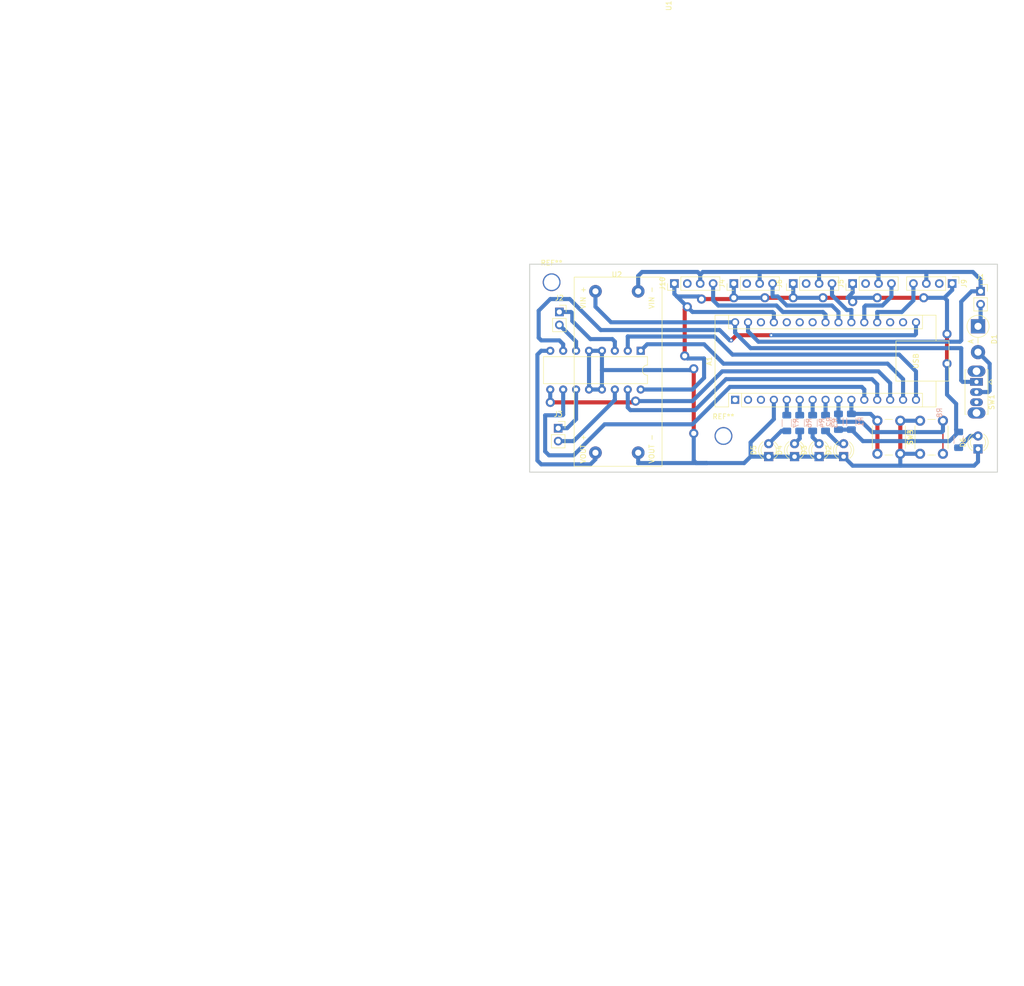
<source format=kicad_pcb>
(kicad_pcb (version 20221018) (generator pcbnew)
  (layers (0 "F.Cu" signal) (31 "B.Cu" signal) (34 "B.Paste" user) (35 "F.Paste" user) (36 "B.SilkS" user "B.Silkscreen") (37 "F.SilkS" user "F.Silkscreen") (38 "B.Mask" user) (39 "F.Mask" user) (44 "Edge.Cuts" user))
  (net 0 "")
  (net 4 "GND")
  (net 5 "/PWM1")
  (net 11 "/5v")
  (net 13 "/VIN")
  (net 14 "VCC")
  (net 15 "Net-(D1-K)")
  (net 16 "Net-(D4-A)")
  (net 17 "Net-(D5-A)")
  (net 18 "Net-(D6-A)")
  (net 19 "/L2")
  (net 20 "/L1")
  (net 22 "/INA1")
  (net 23 "/INA2")
  (net 24 "/Vm")
  (net 25 "/INB1")
  (net 26 "/B1")
  (net 27 "/B2")
  (net 28 "/INB2")
  (net 29 "/DATA1")
  (net 30 "/SHARP_I")
  (net 31 "/SHARP_C")
  (net 32 "/SHARP_D")
  (net 33 "/DATA2")
  (net 39 "/OUTA1")
  (net 40 "/OUTA2")
  (net 41 "/OUTB1")
  (net 42 "/OUTB2")
  (net 43 "/PWM2")
  (net 44 "Net-(D2-A)")
  (net 45 "Net-(D3-A)")
  (net 46 "/L4")
  (net 47 "/L3")
  (footprint "LED_THT:LED_D3.0mm" (layer "F.Cu") (at 79.502 66.548 90)
    (fp_text reference "D2" (at 1.27 -2.96 90) (layer "F.SilkS"))
    (fp_text value "LED")
    (pad "1" thru_hole rect (at 0 0 90) (size 1.8 1.8) (drill 0.9) (layers "*.Cu" "*.Mask") (net 4 "GND"))
    (pad "2" thru_hole circle (at 2.54 0 90) (size 1.8 1.8) (drill 0.9) (layers "*.Cu" "*.Mask") (net 44 "Net-(D2-A)"))
  )
  (footprint "propios:MT3608" (layer "F.Cu") (at 34.916 31.242)
    (fp_text reference "U2" (at 0 -0.5 unlocked) (layer "F.SilkS"))
    (fp_text value "Mt3608")
    (fp_text user "VIN -" (at 6.858 4.064 90 unlocked) (layer "F.SilkS"))
    (fp_text user "VOUT -" (at 6.858 33.782 90 unlocked) (layer "F.SilkS"))
    (fp_text user "VOUT +" (at -6.604 33.782 90 unlocked) (layer "F.SilkS"))
    (fp_text user "VIN +" (at -6.604 4.064 90 unlocked) (layer "F.SilkS"))
    (pad "1" thru_hole circle (at -4.2 2.794) (size 2.5 2.5) (drill 1.2) (layers "*.Cu" "*.Mask") (net 13 "/VIN"))
    (pad "2" thru_hole circle (at -4.2 34.544) (size 2.5 2.5) (drill 1.2) (layers "*.Cu" "*.Mask") (net 24 "/Vm"))
    (pad "3" thru_hole circle (at 4.2 2.794) (size 2.5 2.5) (drill 1.2) (layers "*.Cu" "*.Mask") (net 4 "GND"))
    (pad "4" thru_hole circle (at 4.2 34.544) (size 2.5 2.5) (drill 1.2) (layers "*.Cu" "*.Mask") (net 4 "GND"))
  )
  (footprint "Connector_PinHeader_2.54mm:PinHeader_1x04_P2.54mm_Vertical" (layer "F.Cu") (at 81.28 32.512 90)
    (fp_text reference "J5" (at 0 -2.33 90) (layer "F.SilkS"))
    (fp_text value "Conn_01x04_Male")
    (pad "1" thru_hole rect (at 0 0 90) (size 1.7 1.7) (drill 1) (layers "*.Cu" "*.Mask") (net 11 "/5v"))
    (pad "2" thru_hole oval (at 0 2.54 90) (size 1.7 1.7) (drill 1) (layers "*.Cu" "*.Mask"))
    (pad "3" thru_hole oval (at 0 5.08 90) (size 1.7 1.7) (drill 1) (layers "*.Cu" "*.Mask") (net 4 "GND"))
    (pad "4" thru_hole oval (at 0 7.62 90) (size 1.7 1.7) (drill 1) (layers "*.Cu" "*.Mask") (net 30 "/SHARP_I"))
  )
  (footprint "Diode_THT:D_5W_P5.08mm_Vertical_AnodeUp" (layer "F.Cu") (at 105.918 40.91995 -90)
    (fp_text reference "D1" (at 2.54 -3.174899 90) (layer "F.SilkS"))
    (fp_text value "type=\"D\" model=\"DIODE\" lib=\"\"")
    (fp_text user "A" (at 2.98 1.4 90) (layer "F.SilkS"))
    (pad "1" thru_hole rect (at 0 0 270) (size 2.8 2.8) (drill 1.4) (layers "*.Cu" "*.Mask") (net 14 "VCC"))
    (pad "2" thru_hole oval (at 5.08 0 270) (size 2.8 2.8) (drill 1.4) (layers "*.Cu" "*.Mask") (net 15 "Net-(D1-K)"))
  )
  (footprint "Connector_PinSocket_2.54mm:PinSocket_1x02_P2.54mm_Vertical" (layer "F.Cu") (at 23.393 60.96)
    (fp_text reference "J3" (at 0 -2.77) (layer "F.SilkS"))
    (fp_text value "Conn_01x02_Socket")
    (pad "1" thru_hole rect (at 0 0) (size 1.7 1.7) (drill 1) (layers "*.Cu" "*.Mask") (net 41 "/OUTB1"))
    (pad "2" thru_hole oval (at 0 2.54) (size 1.7 1.7) (drill 1) (layers "*.Cu" "*.Mask") (net 42 "/OUTB2"))
  )
  (footprint "MountingHole:MountingHole_3.2mm_M3_DIN965_Pad" (layer "F.Cu") (at 55.88 62.484)
    (fp_text reference "REF**" (at 0 -3.8) (layer "F.SilkS"))
    (fp_text value "MountingHole_3.2mm_M3_DIN965_Pad")
    (pad "1" thru_hole circle (at 0 0) (size 3.5 3.5) (drill 3) (layers "*.Cu" "*.Mask"))
  )
  (footprint "Connector_PinHeader_2.54mm:PinHeader_1x04_P2.54mm_Vertical" (layer "F.Cu") (at 100.838 32.512 -90)
    (fp_text reference "J9" (at 0 -2.33 90) (layer "F.SilkS"))
    (fp_text value "Conn_01x04_Male")
    (pad "1" thru_hole rect (at 0 0 270) (size 1.7 1.7) (drill 1) (layers "*.Cu" "*.Mask") (net 11 "/5v"))
    (pad "2" thru_hole oval (at 0 2.54 270) (size 1.7 1.7) (drill 1) (layers "*.Cu" "*.Mask"))
    (pad "3" thru_hole oval (at 0 5.08 270) (size 1.7 1.7) (drill 1) (layers "*.Cu" "*.Mask") (net 4 "GND"))
    (pad "4" thru_hole oval (at 0 7.62 270) (size 1.7 1.7) (drill 1) (layers "*.Cu" "*.Mask") (net 29 "/DATA1"))
  )
  (footprint "Button_Switch_THT:SW_PUSH_6mm" (layer "F.Cu") (at 94.524 65.988 90)
    (fp_text reference "SW4" (at 3.25 -2 90) (layer "F.SilkS"))
    (fp_text value "SW_Push")
    (pad "1" thru_hole circle (at 0 0 180) (size 2 2) (drill 1.1) (layers "*.Cu" "*.Mask") (net 4 "GND"))
    (pad "1" thru_hole circle (at 6.5 0 180) (size 2 2) (drill 1.1) (layers "*.Cu" "*.Mask") (net 4 "GND"))
    (pad "2" thru_hole circle (at 0 4.5 180) (size 2 2) (drill 1.1) (layers "*.Cu" "*.Mask") (net 27 "/B2"))
    (pad "2" thru_hole circle (at 6.5 4.5 180) (size 2 2) (drill 1.1) (layers "*.Cu" "*.Mask") (net 27 "/B2"))
  )
  (footprint "LED_THT:LED_D3.0mm" (layer "F.Cu") (at 105.918 65.029 90)
    (fp_text reference "D6" (at 1.27 -2.96 90) (layer "F.SilkS"))
    (fp_text value "LED")
    (pad "1" thru_hole rect (at 0 0 90) (size 1.8 1.8) (drill 0.9) (layers "*.Cu" "*.Mask") (net 4 "GND"))
    (pad "2" thru_hole circle (at 2.54 0 90) (size 1.8 1.8) (drill 0.9) (layers "*.Cu" "*.Mask") (net 18 "Net-(D6-A)"))
  )
  (footprint "Package_DIP:DIP-16_W7.62mm" (layer "F.Cu") (at 39.609 45.73 -90)
    (fp_text reference "U1" (at -67.864 -5.524 90) (layer "F.SilkS"))
    (fp_text value "L293")
    (pad "1" thru_hole rect (at 0 0 270) (size 1.6 1.6) (drill 0.8) (layers "*.Cu" "*.Mask") (net 5 "/PWM1"))
    (pad "2" thru_hole oval (at 0 2.54 270) (size 1.6 1.6) (drill 0.8) (layers "*.Cu" "*.Mask") (net 22 "/INA1"))
    (pad "3" thru_hole oval (at 0 5.08 270) (size 1.6 1.6) (drill 0.8) (layers "*.Cu" "*.Mask") (net 39 "/OUTA1"))
    (pad "4" thru_hole oval (at 0 7.62 270) (size 1.6 1.6) (drill 0.8) (layers "*.Cu" "*.Mask") (net 4 "GND"))
    (pad "5" thru_hole oval (at 0 10.16 270) (size 1.6 1.6) (drill 0.8) (layers "*.Cu" "*.Mask") (net 4 "GND"))
    (pad "6" thru_hole oval (at 0 12.7 270) (size 1.6 1.6) (drill 0.8) (layers "*.Cu" "*.Mask") (net 40 "/OUTA2"))
    (pad "7" thru_hole oval (at 0 15.24 270) (size 1.6 1.6) (drill 0.8) (layers "*.Cu" "*.Mask") (net 23 "/INA2"))
    (pad "8" thru_hole oval (at 0 17.78 270) (size 1.6 1.6) (drill 0.8) (layers "*.Cu" "*.Mask") (net 24 "/Vm"))
    (pad "9" thru_hole oval (at 7.62 17.78 270) (size 1.6 1.6) (drill 0.8) (layers "*.Cu" "*.Mask") (net 43 "/PWM2"))
    (pad "10" thru_hole oval (at 7.62 15.24 270) (size 1.6 1.6) (drill 0.8) (layers "*.Cu" "*.Mask") (net 25 "/INB1"))
    (pad "11" thru_hole oval (at 7.62 12.7 270) (size 1.6 1.6) (drill 0.8) (layers "*.Cu" "*.Mask") (net 41 "/OUTB1"))
    (pad "12" thru_hole oval (at 7.62 10.16 270) (size 1.6 1.6) (drill 0.8) (layers "*.Cu" "*.Mask") (net 4 "GND"))
    (pad "13" thru_hole oval (at 7.62 7.62 270) (size 1.6 1.6) (drill 0.8) (layers "*.Cu" "*.Mask") (net 4 "GND"))
    (pad "14" thru_hole oval (at 7.62 5.08 270) (size 1.6 1.6) (drill 0.8) (layers "*.Cu" "*.Mask") (net 42 "/OUTB2"))
    (pad "15" thru_hole oval (at 7.62 2.54 270) (size 1.6 1.6) (drill 0.8) (layers "*.Cu" "*.Mask") (net 28 "/INB2"))
    (pad "16" thru_hole oval (at 7.62 0 270) (size 1.6 1.6) (drill 0.8) (layers "*.Cu" "*.Mask") (net 11 "/5v"))
  )
  (footprint "Connector_PinHeader_2.54mm:PinHeader_1x04_P2.54mm_Vertical" (layer "F.Cu") (at 46.228 32.512 90)
    (fp_text reference "J10" (at 0 -2.33 90) (layer "F.SilkS"))
    (fp_text value "Conn_01x04_Male")
    (pad "1" thru_hole rect (at 0 0 90) (size 1.7 1.7) (drill 1) (layers "*.Cu" "*.Mask") (net 11 "/5v"))
    (pad "2" thru_hole oval (at 0 2.54 90) (size 1.7 1.7) (drill 1) (layers "*.Cu" "*.Mask"))
    (pad "3" thru_hole oval (at 0 5.08 90) (size 1.7 1.7) (drill 1) (layers "*.Cu" "*.Mask") (net 4 "GND"))
    (pad "4" thru_hole oval (at 0 7.62 90) (size 1.7 1.7) (drill 1) (layers "*.Cu" "*.Mask") (net 33 "/DATA2"))
  )
  (footprint "Connector_PinSocket_2.54mm:PinSocket_1x02_P2.54mm_Vertical" (layer "F.Cu") (at 23.622 38.1)
    (fp_text reference "J2" (at 0 -2.77) (layer "F.SilkS"))
    (fp_text value "Conn_01x02_Socket")
    (pad "1" thru_hole rect (at 0 0) (size 1.7 1.7) (drill 1) (layers "*.Cu" "*.Mask") (net 39 "/OUTA1"))
    (pad "2" thru_hole oval (at 0 2.54) (size 1.7 1.7) (drill 1) (layers "*.Cu" "*.Mask") (net 40 "/OUTA2"))
  )
  (footprint "Connector_PinHeader_2.54mm:PinHeader_1x04_P2.54mm_Vertical" (layer "F.Cu") (at 57.912 32.512 90)
    (fp_text reference "J4" (at 0 -2.33 90) (layer "F.SilkS"))
    (fp_text value "Conn_01x04_Male")
    (pad "1" thru_hole rect (at 0 0 90) (size 1.7 1.7) (drill 1) (layers "*.Cu" "*.Mask") (net 11 "/5v"))
    (pad "2" thru_hole oval (at 0 2.54 90) (size 1.7 1.7) (drill 1) (layers "*.Cu" "*.Mask"))
    (pad "3" thru_hole oval (at 0 5.08 90) (size 1.7 1.7) (drill 1) (layers "*.Cu" "*.Mask") (net 4 "GND"))
    (pad "4" thru_hole oval (at 0 7.62 90) (size 1.7 1.7) (drill 1) (layers "*.Cu" "*.Mask") (net 32 "/SHARP_D"))
  )
  (footprint "MountingHole:MountingHole_3.2mm_M3_DIN965_Pad" (layer "F.Cu") (at 22.098 32.258)
    (fp_text reference "REF**" (at 0 -3.8) (layer "F.SilkS"))
    (fp_text value "MountingHole_3.2mm_M3_DIN965_Pad")
    (pad "1" thru_hole circle (at 0 0) (size 3.5 3.5) (drill 3) (layers "*.Cu" "*.Mask"))
  )
  (footprint "Module:Arduino_Nano" (layer "F.Cu") (at 58.166 55.372 90)
    (fp_text reference "A1" (at 7.62 -5.08 90) (layer "F.SilkS"))
    (fp_text value "Arduino_Nano_v3.x")
    (fp_text user "USB" (at 7.62 35.56 90 unlocked) (layer "F.SilkS"))
    (pad "1" thru_hole rect (at 0 0 90) (size 1.6 1.6) (drill 1) (layers "*.Cu" "*.Mask"))
    (pad "2" thru_hole oval (at 0 2.54 90) (size 1.6 1.6) (drill 1) (layers "*.Cu" "*.Mask"))
    (pad "3" thru_hole oval (at 0 5.08 90) (size 1.6 1.6) (drill 1) (layers "*.Cu" "*.Mask"))
    (pad "4" thru_hole oval (at 0 7.62 90) (size 1.6 1.6) (drill 1) (layers "*.Cu" "*.Mask") (net 4 "GND"))
    (pad "5" thru_hole oval (at 0 10.16 90) (size 1.6 1.6) (drill 1) (layers "*.Cu" "*.Mask") (net 20 "/L1"))
    (pad "6" thru_hole oval (at 0 12.7 90) (size 1.6 1.6) (drill 1) (layers "*.Cu" "*.Mask") (net 19 "/L2"))
    (pad "7" thru_hole oval (at 0 15.24 90) (size 1.6 1.6) (drill 1) (layers "*.Cu" "*.Mask") (net 47 "/L3"))
    (pad "8" thru_hole oval (at 0 17.78 90) (size 1.6 1.6) (drill 1) (layers "*.Cu" "*.Mask") (net 46 "/L4"))
    (pad "9" thru_hole oval (at 0 20.32 90) (size 1.6 1.6) (drill 1) (layers "*.Cu" "*.Mask") (net 27 "/B2"))
    (pad "10" thru_hole oval (at 0 22.86 90) (size 1.6 1.6) (drill 1) (layers "*.Cu" "*.Mask") (net 26 "/B1"))
    (pad "11" thru_hole oval (at 0 25.4 90) (size 1.6 1.6) (drill 1) (layers "*.Cu" "*.Mask") (net 25 "/INB1"))
    (pad "12" thru_hole oval (at 0 27.94 90) (size 1.6 1.6) (drill 1) (layers "*.Cu" "*.Mask") (net 28 "/INB2"))
    (pad "13" thru_hole oval (at 0 30.48 90) (size 1.6 1.6) (drill 1) (layers "*.Cu" "*.Mask") (net 43 "/PWM2"))
    (pad "14" thru_hole oval (at 0 33.02 90) (size 1.6 1.6) (drill 1) (layers "*.Cu" "*.Mask") (net 5 "/PWM1"))
    (pad "15" thru_hole oval (at 0 35.56 90) (size 1.6 1.6) (drill 1) (layers "*.Cu" "*.Mask") (net 22 "/INA1"))
    (pad "16" thru_hole oval (at 15.24 35.56 90) (size 1.6 1.6) (drill 1) (layers "*.Cu" "*.Mask") (net 23 "/INA2"))
    (pad "17" thru_hole oval (at 15.24 33.02 90) (size 1.6 1.6) (drill 1) (layers "*.Cu" "*.Mask"))
    (pad "18" thru_hole oval (at 15.24 30.48 90) (size 1.6 1.6) (drill 1) (layers "*.Cu" "*.Mask"))
    (pad "19" thru_hole oval (at 15.24 27.94 90) (size 1.6 1.6) (drill 1) (layers "*.Cu" "*.Mask") (net 29 "/DATA1"))
    (pad "20" thru_hole oval (at 15.24 25.4 90) (size 1.6 1.6) (drill 1) (layers "*.Cu" "*.Mask") (net 30 "/SHARP_I"))
    (pad "21" thru_hole oval (at 15.24 22.86 90) (size 1.6 1.6) (drill 1) (layers "*.Cu" "*.Mask") (net 31 "/SHARP_C"))
    (pad "22" thru_hole oval (at 15.24 20.32 90) (size 1.6 1.6) (drill 1) (layers "*.Cu" "*.Mask") (net 32 "/SHARP_D"))
    (pad "23" thru_hole oval (at 15.24 17.78 90) (size 1.6 1.6) (drill 1) (layers "*.Cu" "*.Mask") (net 33 "/DATA2"))
    (pad "24" thru_hole oval (at 15.24 15.24 90) (size 1.6 1.6) (drill 1) (layers "*.Cu" "*.Mask"))
    (pad "25" thru_hole oval (at 15.24 12.7 90) (size 1.6 1.6) (drill 1) (layers "*.Cu" "*.Mask"))
    (pad "26" thru_hole oval (at 15.24 10.16 90) (size 1.6 1.6) (drill 1) (layers "*.Cu" "*.Mask"))
    (pad "27" thru_hole oval (at 15.24 7.62 90) (size 1.6 1.6) (drill 1) (layers "*.Cu" "*.Mask") (net 11 "/5v"))
    (pad "28" thru_hole oval (at 15.24 5.08 90) (size 1.6 1.6) (drill 1) (layers "*.Cu" "*.Mask"))
    (pad "29" thru_hole oval (at 15.24 2.54 90) (size 1.6 1.6) (drill 1) (layers "*.Cu" "*.Mask") (net 4 "GND"))
    (pad "30" thru_hole oval (at 15.24 0 90) (size 1.6 1.6) (drill 1) (layers "*.Cu" "*.Mask") (net 13 "/VIN"))
  )
  (footprint "LED_THT:LED_D3.0mm" (layer "F.Cu") (at 64.77 66.548 90)
    (fp_text reference "D5" (at 1.27 -2.96 90) (layer "F.SilkS"))
    (fp_text value "LED")
    (pad "1" thru_hole rect (at 0 0 90) (size 1.8 1.8) (drill 0.9) (layers "*.Cu" "*.Mask") (net 4 "GND"))
    (pad "2" thru_hole circle (at 2.54 0 90) (size 1.8 1.8) (drill 0.9) (layers "*.Cu" "*.Mask") (net 17 "Net-(D5-A)"))
  )
  (footprint "Button_Switch_THT:SW_PUSH_6mm" (layer "F.Cu") (at 90.642 59.488 -90)
    (fp_text reference "SW3" (at 3.25 -2 90) (layer "F.SilkS"))
    (fp_text value "SW_Push")
    (pad "1" thru_hole circle (at 0 0) (size 2 2) (drill 1.1) (layers "*.Cu" "*.Mask") (net 4 "GND"))
    (pad "1" thru_hole circle (at 6.5 0) (size 2 2) (drill 1.1) (layers "*.Cu" "*.Mask") (net 4 "GND"))
    (pad "2" thru_hole circle (at 0 4.5) (size 2 2) (drill 1.1) (layers "*.Cu" "*.Mask") (net 26 "/B1"))
    (pad "2" thru_hole circle (at 6.5 4.5) (size 2 2) (drill 1.1) (layers "*.Cu" "*.Mask") (net 26 "/B1"))
  )
  (footprint "Connector_PinHeader_2.54mm:PinHeader_1x04_P2.54mm_Vertical" (layer "F.Cu") (at 69.596 32.512 90)
    (fp_text reference "J6" (at 0 -2.734 90) (layer "F.SilkS"))
    (fp_text value "Conn_01x04_Male")
    (pad "1" thru_hole rect (at 0 0 90) (size 1.7 1.7) (drill 1) (layers "*.Cu" "*.Mask") (net 11 "/5v"))
    (pad "2" thru_hole oval (at 0 2.54 90) (size 1.7 1.7) (drill 1) (layers "*.Cu" "*.Mask"))
    (pad "3" thru_hole oval (at 0 5.08 90) (size 1.7 1.7) (drill 1) (layers "*.Cu" "*.Mask") (net 4 "GND"))
    (pad "4" thru_hole oval (at 0 7.62 90) (size 1.7 1.7) (drill 1) (layers "*.Cu" "*.Mask") (net 31 "/SHARP_C"))
  )
  (footprint "LED_THT:LED_D3.0mm" (layer "F.Cu") (at 69.85 66.553 90)
    (fp_text reference "D4" (at 1.27 -2.96 90) (layer "F.SilkS"))
    (fp_text value "LED")
    (pad "1" thru_hole rect (at 0 0 90) (size 1.8 1.8) (drill 0.9) (layers "*.Cu" "*.Mask") (net 4 "GND"))
    (pad "2" thru_hole circle (at 2.54 0 90) (size 1.8 1.8) (drill 0.9) (layers "*.Cu" "*.Mask") (net 16 "Net-(D4-A)"))
  )
  (footprint "Button_Switch_THT:SW_Slide_1P2T_CK_OS102011MS2Q" (layer "F.Cu") (at 105.6205 51.848 -90)
    (fp_text reference "SW1" (at 3.99 -2.99 90) (layer "F.SilkS"))
    (fp_text value "SW_DPDT_x2")
    (pad "" thru_hole oval (at -2.1 0 270) (size 2.2 3.5) (drill 1.5) (layers "*.Cu" "*.Mask"))
    (pad "" thru_hole oval (at 6.1 0 270) (size 2.2 3.5) (drill 1.5) (layers "*.Cu" "*.Mask"))
    (pad "1" thru_hole rect (at 0 0 270) (size 1.5 2.5) (drill 0.8) (layers "*.Cu" "*.Mask") (net 13 "/VIN"))
    (pad "2" thru_hole oval (at 2 0 270) (size 1.5 2.5) (drill 0.8) (layers "*.Cu" "*.Mask") (net 15 "Net-(D1-K)"))
    (pad "3" thru_hole oval (at 4 0 270) (size 1.5 2.5) (drill 0.8) (layers "*.Cu" "*.Mask"))
  )
  (footprint "Connector_PinSocket_2.54mm:PinSocket_1x02_P2.54mm_Vertical" (layer "F.Cu") (at 106.426 34.036)
    (fp_text reference "J1" (at 0 -2.77) (layer "F.SilkS"))
    (fp_text value "Screw_Terminal_01x02")
    (pad "1" thru_hole rect (at 0 0) (size 1.7 1.7) (drill 1) (layers "*.Cu" "*.Mask") (net 4 "GND"))
    (pad "2" thru_hole oval (at 0 2.54) (size 1.7 1.7) (drill 1) (layers "*.Cu" "*.Mask") (net 14 "VCC"))
  )
  (footprint "LED_THT:LED_D3.0mm" (layer "F.Cu") (at 74.676 66.548 90)
    (fp_text reference "D3" (at 1.27 -2.96 90) (layer "F.SilkS"))
    (fp_text value "LED")
    (pad "1" thru_hole rect (at 0 0 90) (size 1.8 1.8) (drill 0.9) (layers "*.Cu" "*.Mask") (net 4 "GND"))
    (pad "2" thru_hole circle (at 2.54 0 90) (size 1.8 1.8) (drill 0.9) (layers "*.Cu" "*.Mask") (net 45 "Net-(D3-A)"))
  )
  (footprint "Resistor_SMD:R_1206_3216Metric_Pad1.30x1.75mm_HandSolder" (layer "B.Cu") (at 73.406 59.944 90)
    (fp_text reference "R4" (at 0 1.82 90) (layer "B.SilkS") (effects (justify mirror)))
    (fp_text value "1000")
    (pad "1" smd roundrect (at -1.55 0 90) (size 1.3 1.75) (layers "B.Cu" "B.Paste" "B.Mask") (roundrect_rratio 0.192308) (net 45 "Net-(D3-A)"))
    (pad "2" smd roundrect (at 1.55 0 90) (size 1.3 1.75) (layers "B.Cu" "B.Paste" "B.Mask") (roundrect_rratio 0.192308) (net 47 "/L3"))
  )
  (footprint "Resistor_SMD:R_1206_3216Metric_Pad1.30x1.75mm_HandSolder" (layer "B.Cu") (at 70.866 59.944 90)
    (fp_text reference "R6" (at 0 1.82 90) (layer "B.SilkS") (effects (justify mirror)))
    (fp_text value "1000")
    (pad "1" smd roundrect (at -1.55 0 90) (size 1.3 1.75) (layers "B.Cu" "B.Paste" "B.Mask") (roundrect_rratio 0.192308) (net 16 "Net-(D4-A)"))
    (pad "2" smd roundrect (at 1.55 0 90) (size 1.3 1.75) (layers "B.Cu" "B.Paste" "B.Mask") (roundrect_rratio 0.192308) (net 19 "/L2"))
  )
  (footprint "Resistor_SMD:R_1206_3216Metric_Pad1.30x1.75mm_HandSolder" (layer "B.Cu") (at 75.946 59.944 90)
    (fp_text reference "R3" (at 0 1.82 90) (layer "B.SilkS") (effects (justify mirror)))
    (fp_text value "1000")
    (pad "1" smd roundrect (at -1.55 0 90) (size 1.3 1.75) (layers "B.Cu" "B.Paste" "B.Mask") (roundrect_rratio 0.192308) (net 44 "Net-(D2-A)"))
    (pad "2" smd roundrect (at 1.55 0 90) (size 1.3 1.75) (layers "B.Cu" "B.Paste" "B.Mask") (roundrect_rratio 0.192308) (net 46 "/L4"))
  )
  (footprint "Resistor_SMD:R_1206_3216Metric_Pad1.30x1.75mm_HandSolder" (layer "B.Cu") (at 78.486 59.69 -90)
    (fp_text reference "R2" (at 0 1.82 90) (layer "B.SilkS") (effects (justify mirror)))
    (fp_text value "R")
    (pad "1" smd roundrect (at -1.55 0 270) (size 1.3 1.75) (layers "B.Cu" "B.Paste" "B.Mask") (roundrect_rratio 0.192308) (net 27 "/B2"))
    (pad "2" smd roundrect (at 1.55 0 270) (size 1.3 1.75) (layers "B.Cu" "B.Paste" "B.Mask") (roundrect_rratio 0.192308) (net 11 "/5v"))
  )
  (footprint "Resistor_SMD:R_1206_3216Metric_Pad1.30x1.75mm_HandSolder" (layer "B.Cu") (at 68.326 59.944 90)
    (fp_text reference "R7" (at 0 1.82 90) (layer "B.SilkS") (effects (justify mirror)))
    (fp_text value "1000")
    (pad "1" smd roundrect (at -1.55 0 90) (size 1.3 1.75) (layers "B.Cu" "B.Paste" "B.Mask") (roundrect_rratio 0.192308) (net 17 "Net-(D5-A)"))
    (pad "2" smd roundrect (at 1.55 0 90) (size 1.3 1.75) (layers "B.Cu" "B.Paste" "B.Mask") (roundrect_rratio 0.192308) (net 20 "/L1"))
  )
  (footprint "Resistor_SMD:R_1206_3216Metric_Pad1.30x1.75mm_HandSolder" (layer "B.Cu") (at 81.026 59.69 90)
    (fp_text reference "R1" (at 0 1.82 90) (layer "B.SilkS") (effects (justify mirror)))
    (fp_text value "R")
    (pad "1" smd roundrect (at -1.55 0 90) (size 1.3 1.75) (layers "B.Cu" "B.Paste" "B.Mask") (roundrect_rratio 0.192308) (net 11 "/5v"))
    (pad "2" smd roundrect (at 1.55 0 90) (size 1.3 1.75) (layers "B.Cu" "B.Paste" "B.Mask") (roundrect_rratio 0.192308) (net 26 "/B1"))
  )
  (footprint "Resistor_SMD:R_1206_3216Metric_Pad1.30x1.75mm_HandSolder" (layer "B.Cu") (at 102.108 63.246 90)
    (fp_text reference "R8" (at 5.334 -3.756 90) (layer "B.SilkS") (effects (justify mirror)))
    (fp_text value "1000")
    (pad "1" smd roundrect (at -1.55 0 90) (size 1.3 1.75) (layers "B.Cu" "B.Paste" "B.Mask") (roundrect_rratio 0.192308) (net 18 "Net-(D6-A)"))
    (pad "2" smd roundrect (at 1.55 0 90) (size 1.3 1.75) (layers "B.Cu" "B.Paste" "B.Mask") (roundrect_rratio 0.192308) (net 11 "/5v"))
  )
  (gr_rect (start 17.78 28.702) (end 109.728 69.596) (stroke (width 0.2)) (fill none) (layer "Edge.Cuts"))
  (segment (start 50.038 61.976) (end 50.038 49.276) (width 0.8) (layer "F.Cu") (net 4))
  (segment (start 90.642 65.988) (end 90.642 59.488) (width 0.8) (layer "F.Cu") (net 4))
  (via (at 50.038 61.976) (size 1.8) (drill 1) (layers "F.Cu" "B.Cu") (net 4))
  (via (at 50.038 49.276) (size 1.8) (drill 1) (layers "F.Cu" "B.Cu") (net 4))
  (segment (start 62.738 43.942) (end 102.362 43.942) (width 0.8) (layer "B.Cu") (net 4))
  (segment (start 106.426 31.75) (end 106.426 34.036) (width 0.8) (layer "B.Cu") (net 4))
  (segment (start 39.116 34.036) (end 39.116 30.988) (width 0.8) (layer "B.Cu") (net 4))
  (segment (start 90.642 68.29) (end 90.678 68.326) (width 0.8) (layer "B.Cu") (net 4))
  (segment (start 29.449 53.35) (end 29.449 45.73) (width 0.8) (layer "B.Cu") (net 4))
  (segment (start 50.038 49.276) (end 49.53 49.276) (width 0.8) (layer "B.Cu") (net 4))
  (segment (start 90.678 68.326) (end 105.156 68.326) (width 0.8) (layer "B.Cu") (net 4))
  (segment (start 95.758 30.226) (end 104.902 30.226) (width 0.8) (layer "B.Cu") (net 4))
  (segment (start 86.36 32.512) (end 86.36 30.734) (width 0.8) (layer "B.Cu") (net 4))
  (segment (start 51.308 30.734) (end 51.816 30.226) (width 0.8) (layer "B.Cu") (net 4))
  (segment (start 49.53 49.276) (end 49.276 49.53) (width 0.8) (layer "B.Cu") (net 4))
  (segment (start 62.992 32.512) (end 62.992 30.226) (width 0.8) (layer "B.Cu") (net 4))
  (segment (start 79.502 66.548) (end 64.77 66.548) (width 0.8) (layer "B.Cu") (net 4))
  (segment (start 61.214 66.548) (end 61.214 63.754) (width 0.8) (layer "B.Cu") (net 4))
  (segment (start 51.308 32.512) (end 51.308 30.734) (width 0.8) (layer "B.Cu") (net 4))
  (segment (start 81.28 68.326) (end 90.678 68.326) (width 0.8) (layer "B.Cu") (net 4))
  (segment (start 60.706 41.91) (end 62.738 43.942) (width 0.8) (layer "B.Cu") (net 4))
  (segment (start 90.642 65.988) (end 94.524 65.988) (width 0.8) (layer "B.Cu") (net 4))
  (segment (start 60.706 40.132) (end 60.706 41.91) (width 0.8) (layer "B.Cu") (net 4))
  (segment (start 39.878 30.226) (end 50.8 30.226) (width 0.8) (layer "B.Cu") (net 4))
  (segment (start 86.36 30.734) (end 85.852 30.226) (width 0.8) (layer "B.Cu") (net 4))
  (segment (start 31.989 45.73) (end 31.989 49.53) (width 0.8) (layer "B.Cu") (net 4))
  (segment (start 79.502 66.548) (end 81.28 68.326) (width 0.8) (layer "B.Cu") (net 4))
  (segment (start 90.642 65.988) (end 90.642 68.29) (width 0.8) (layer "B.Cu") (net 4))
  (segment (start 52.578 67.818) (end 39.116 67.818) (width 0.8) (layer "B.Cu") (net 4))
  (segment (start 104.902 30.226) (end 106.426 31.75) (width 0.8) (layer "B.Cu") (net 4))
  (segment (start 61.214 66.548) (end 59.944 67.818) (width 0.8) (layer "B.Cu") (net 4))
  (segment (start 102.616 36.068) (end 104.648 34.036) (width 0.8) (layer "B.Cu") (net 4))
  (segment (start 102.362 43.942) (end 102.616 43.688) (width 0.8) (layer "B.Cu") (net 4))
  (segment (start 39.116 67.818) (end 39.116 65.786) (width 0.8) (layer "B.Cu") (net 4))
  (segment (start 59.944 67.818) (end 52.578 67.818) (width 0.8) (layer "B.Cu") (net 4))
  (segment (start 104.648 34.036) (end 106.426 34.036) (width 0.8) (layer "B.Cu") (net 4))
  (segment (start 50.038 61.976) (end 50.038 67.31) (width 0.8) (layer "B.Cu") (net 4))
  (segment (start 65.786 59.182) (end 65.786 55.372) (width 0.8) (layer "B.Cu") (net 4))
  (segment (start 90.642 59.488) (end 94.524 59.488) (width 0.8) (layer "B.Cu") (net 4))
  (segment (start 95.758 32.512) (end 95.758 30.226) (width 0.8) (layer "B.Cu") (net 4))
  (segment (start 49.276 49.53) (end 31.989 49.53) (width 0.8) (layer "B.Cu") (net 4))
  (segment (start 31.989 49.53) (end 31.989 53.35) (width 0.8) (layer "B.Cu") (net 4))
  (segment (start 64.77 66.548) (end 61.214 66.548) (width 0.8) (layer "B.Cu") (net 4))
  (segment (start 31.989 45.73) (end 29.449 45.73) (width 0.8) (layer "B.Cu") (net 4))
  (segment (start 50.8 30.226) (end 51.308 30.734) (width 0.8) (layer "B.Cu") (net 4))
  (segment (start 61.214 63.754) (end 65.786 59.182) (width 0.8) (layer "B.Cu") (net 4))
  (segment (start 50.546 67.818) (end 52.578 67.818) (width 0.8) (layer "B.Cu") (net 4))
  (segment (start 85.852 30.226) (end 95.758 30.226) (width 0.8) (layer "B.Cu") (net 4))
  (segment (start 105.156 68.326) (end 105.918 67.564) (width 0.8) (layer "B.Cu") (net 4))
  (segment (start 39.116 30.988) (end 39.878 30.226) (width 0.8) (layer "B.Cu") (net 4))
  (segment (start 74.676 32.512) (end 74.676 30.226) (width 0.8) (layer "B.Cu") (net 4))
  (segment (start 102.616 43.688) (end 102.616 36.068) (width 0.8) (layer "B.Cu") (net 4))
  (segment (start 50.038 67.31) (end 50.546 67.818) (width 0.8) (layer "B.Cu") (net 4))
  (segment (start 51.816 30.226) (end 62.992 30.226) (width 0.8) (layer "B.Cu") (net 4))
  (segment (start 62.992 30.226) (end 74.676 30.226) (width 0.8) (layer "B.Cu") (net 4))
  (segment (start 74.676 30.226) (end 85.852 30.226) (width 0.8) (layer "B.Cu") (net 4))
  (segment (start 31.989 53.35) (end 29.449 53.35) (width 0.8) (layer "B.Cu") (net 4))
  (segment (start 105.918 67.564) (end 105.918 65.029) (width 0.8) (layer "B.Cu") (net 4))
  (segment (start 52.07 44.45) (end 40.889 44.45) (width 0.8) (layer "B.Cu") (net 5))
  (segment (start 52.07 44.45) (end 55.88 48.26) (width 0.8) (layer "B.Cu") (net 5))
  (segment (start 40.889 44.45) (end 39.609 45.73) (width 0.8) (layer "B.Cu") (net 5))
  (segment (start 88.138 48.26) (end 55.88 48.26) (width 0.8) (layer "B.Cu") (net 5))
  (segment (start 91.186 55.372) (end 91.186 51.308) (width 0.8) (layer "B.Cu") (net 5))
  (segment (start 91.186 51.308) (end 88.138 48.26) (width 0.8) (layer "B.Cu") (net 5))
  (segment (start 75.438 35.306) (end 80.518 35.306) (width 0.8) (layer "F.Cu") (net 11))
  (segment (start 51.562 35.56) (end 57.658 35.56) (width 0.8) (layer "F.Cu") (net 11))
  (segment (start 69.596 35.306) (end 64.008 35.306) (width 0.8) (layer "F.Cu") (net 11))
  (segment (start 48.26 37.592) (end 48.768 37.084) (width 0.8) (layer "F.Cu") (net 11))
  (segment (start 57.658 35.56) (end 57.912 35.306) (width 0.8) (layer "F.Cu") (net 11))
  (segment (start 80.518 35.306) (end 81.28 36.068) (width 0.8) (layer "F.Cu") (net 11))
  (segment (start 86.106 35.306) (end 95.25 35.306) (width 0.8) (layer "F.Cu") (net 11))
  (segment (start 48.26 46.736) (end 48.26 37.592) (width 0.8) (layer "F.Cu") (net 11))
  (segment (start 99.822 48.26) (end 99.822 42.418) (width 0.8) (layer "F.Cu") (net 11))
  (via (at 57.912 35.306) (size 1.8) (drill 1) (layers "F.Cu" "B.Cu") (net 11))
  (via (at 48.768 37.084) (size 1.8) (drill 1) (layers "F.Cu" "B.Cu") (net 11))
  (via (at 99.822 42.418) (size 1.8) (drill 1) (layers "F.Cu" "B.Cu") (net 11))
  (via (at 81.28 36.068) (size 1.8) (drill 1) (layers "F.Cu" "B.Cu") (net 11))
  (via (at 95.25 35.306) (size 1.8) (drill 1) (layers "F.Cu" "B.Cu") (net 11))
  (via (at 86.106 35.306) (size 1.8) (drill 1) (layers "F.Cu" "B.Cu") (net 11))
  (via (at 99.822 48.26) (size 1.8) (drill 1) (layers "F.Cu" "B.Cu") (net 11))
  (via (at 75.438 35.306) (size 1.8) (drill 1) (layers "F.Cu" "B.Cu") (net 11))
  (via (at 48.26 46.736) (size 1.8) (drill 1) (layers "F.Cu" "B.Cu") (net 11))
  (via (at 69.596 35.306) (size 1.8) (drill 1) (layers "F.Cu" "B.Cu") (net 11))
  (via (at 51.562 35.56) (size 1.8) (drill 1) (layers "F.Cu" "B.Cu") (net 11))
  (via (at 64.008 35.306) (size 1.8) (drill 1) (layers "F.Cu" "B.Cu") (net 11))
  (segment (start 100.838 33.782) (end 100.838 32.512) (width 0.8) (layer "B.Cu") (net 11))
  (segment (start 99.822 42.418) (end 99.822 35.814) (width 0.8) (layer "B.Cu") (net 11))
  (segment (start 48.768 37.084) (end 46.736 35.052) (width 0.8) (layer "B.Cu") (net 11))
  (segment (start 80.518 35.306) (end 80.264 35.306) (width 0.8) (layer "B.Cu") (net 11))
  (segment (start 95.25 35.306) (end 99.314 35.306) (width 0.8) (layer "B.Cu") (net 11))
  (segment (start 80.264 35.306) (end 81.28 34.29) (width 0.8) (layer "B.Cu") (net 11))
  (segment (start 83.286 63.5) (end 81.026 61.24) (width 0.8) (layer "B.Cu") (net 11))
  (segment (start 101.616 56.15) (end 101.616 61.204) (width 0.8) (layer "B.Cu") (net 11))
  (segment (start 99.314 35.306) (end 100.838 33.782) (width 0.8) (layer "B.Cu") (net 11))
  (segment (start 57.912 35.306) (end 57.912 32.512) (width 0.8) (layer "B.Cu") (net 11))
  (segment (start 46.228 34.544) (end 46.228 32.512) (width 0.8) (layer "B.Cu") (net 11))
  (segment (start 51.054 35.052) (end 46.736 35.052) (width 0.8) (layer "B.Cu") (net 11))
  (segment (start 99.822 35.814) (end 99.314 35.306) (width 0.8) (layer "B.Cu") (net 11))
  (segment (start 52.07 51.054) (end 52.07 47.244) (width 0.8) (layer "B.Cu") (net 11))
  (segment (start 81.28 34.29) (end 81.28 32.512) (width 0.8) (layer "B.Cu") (net 11))
  (segment (start 99.822 54.356) (end 101.616 56.15) (width 0.8) (layer "B.Cu") (net 11))
  (segment (start 69.596 35.306) (end 75.438 35.306) (width 0.8) (layer "B.Cu") (net 11))
  (segment (start 78.486 61.24) (end 81.026 61.24) (width 0.8) (layer "B.Cu") (net 11))
  (segment (start 48.768 47.244) (end 48.26 46.736) (width 0.8) (layer "B.Cu") (net 11))
  (segment (start 52.07 47.244) (end 48.768 47.244) (width 0.8) (layer "B.Cu") (net 11))
  (segment (start 100.304 63.5) (end 83.286 63.5) (width 0.8) (layer "B.Cu") (net 11))
  (segment (start 100.304 63.5) (end 102.108 61.696) (width 0.8) (layer "B.Cu") (net 11))
  (segment (start 57.912 35.306) (end 64.008 35.306) (width 0.8) (layer "B.Cu") (net 11))
  (segment (start 81.28 36.068) (end 80.518 35.306) (width 0.8) (layer "B.Cu") (net 11))
  (segment (start 65.532 38.1) (end 49.784 38.1) (width 0.8) (layer "B.Cu") (net 11))
  (segment (start 49.784 38.1) (end 48.768 37.084) (width 0.8) (layer "B.Cu") (net 11))
  (segment (start 69.596 32.512) (end 69.596 35.306) (width 0.8) (layer "B.Cu") (net 11))
  (segment (start 65.786 38.354) (end 65.532 38.1) (width 0.8) (layer "B.Cu") (net 11))
  (segment (start 80.264 35.306) (end 86.106 35.306) (width 0.8) (layer "B.Cu") (net 11))
  (segment (start 99.822 48.26) (end 99.822 54.356) (width 0.8) (layer "B.Cu") (net 11))
  (segment (start 65.786 40.132) (end 65.786 38.354) (width 0.8) (layer "B.Cu") (net 11))
  (segment (start 49.774 53.35) (end 52.07 51.054) (width 0.8) (layer "B.Cu") (net 11))
  (segment (start 46.736 35.052) (end 46.228 34.544) (width 0.8) (layer "B.Cu") (net 11))
  (segment (start 39.609 53.35) (end 49.774 53.35) (width 0.8) (layer "B.Cu") (net 11))
  (segment (start 101.616 61.204) (end 102.108 61.696) (width 0.8) (layer "B.Cu") (net 11))
  (segment (start 51.562 35.56) (end 51.054 35.052) (width 0.8) (layer "B.Cu") (net 11))
  (segment (start 58.166 42.164) (end 58.166 40.132) (width 0.8) (layer "B.Cu") (net 13))
  (segment (start 58.166 41.402) (end 58.166 42.164) (width 0.8) (layer "B.Cu") (net 13))
  (segment (start 31.115 37.465) (end 30.716 37.066) (width 0.8) (layer "B.Cu") (net 13))
  (segment (start 30.716 37.066) (end 30.716 34.036) (width 0.8) (layer "B.Cu") (net 13))
  (segment (start 102.902 51.848) (end 102.616 51.562) (width 0.8) (layer "B.Cu") (net 13))
  (segment (start 33.782 40.132) (end 31.115 37.465) (width 0.8) (layer "B.Cu") (net 13))
  (segment (start 61.214 45.212) (end 58.166 42.164) (width 0.8) (layer "B.Cu") (net 13))
  (segment (start 58.166 40.132) (end 33.782 40.132) (width 0.8) (layer "B.Cu") (net 13))
  (segment (start 102.616 45.212) (end 61.214 45.212) (width 0.8) (layer "B.Cu") (net 13))
  (segment (start 105.6205 51.848) (end 102.902 51.848) (width 0.8) (layer "B.Cu") (net 13))
  (segment (start 102.616 51.562) (end 102.616 45.212) (width 0.8) (layer "B.Cu") (net 13))
  (segment (start 106.426 36.576) (end 106.426 40.41195) (width 0.8) (layer "B.Cu") (net 14))
  (segment (start 106.426 40.41195) (end 105.918 40.91995) (width 0.8) (layer "B.Cu") (net 14))
  (segment (start 107.95 53.848) (end 108.204 53.594) (width 0.8) (layer "B.Cu") (net 15))
  (segment (start 105.664 46.25395) (end 105.664 46.354) (width 0.8) (layer "B.Cu") (net 15))
  (segment (start 105.6205 53.848) (end 107.95 53.848) (width 0.8) (layer "B.Cu") (net 15))
  (segment (start 108.204 53.594) (end 108.204 48.28595) (width 0.8) (layer "B.Cu") (net 15))
  (segment (start 105.918 45.99995) (end 105.664 46.25395) (width 0.8) (layer "B.Cu") (net 15))
  (segment (start 108.204 48.28595) (end 105.918 45.99995) (width 0.8) (layer "B.Cu") (net 15))
  (segment (start 70.866 62.997) (end 69.85 64.013) (width 0.8) (layer "B.Cu") (net 16))
  (segment (start 70.866 61.494) (end 70.866 62.997) (width 0.8) (layer "B.Cu") (net 16))
  (segment (start 67.284 61.494) (end 64.77 64.008) (width 0.8) (layer "B.Cu") (net 17))
  (segment (start 68.326 61.494) (end 67.284 61.494) (width 0.8) (layer "B.Cu") (net 17))
  (segment (start 102.108 64.796) (end 101.6 64.796) (width 0.8) (layer "B.Cu") (net 18))
  (segment (start 104.415 62.489) (end 105.918 62.489) (width 0.8) (layer "B.Cu") (net 18))
  (segment (start 102.108 64.796) (end 104.415 62.489) (width 0.8) (layer "B.Cu") (net 18))
  (segment (start 70.866 58.394) (end 70.866 55.372) (width 0.8) (layer "B.Cu") (net 19))
  (segment (start 68.326 58.394) (end 68.326 55.372) (width 0.8) (layer "B.Cu") (net 20))
  (segment (start 57.658 46.482) (end 54.102 42.926) (width 0.8) (layer "B.Cu") (net 22))
  (segment (start 37.084 42.926) (end 37.069 42.911) (width 0.8) (layer "B.Cu") (net 22))
  (segment (start 37.069 42.911) (end 37.069 45.73) (width 0.8) (layer "B.Cu") (net 22))
  (segment (start 90.424 46.482) (end 57.658 46.482) (width 0.8) (layer "B.Cu") (net 22))
  (segment (start 54.102 42.926) (end 37.084 42.926) (width 0.8) (layer "B.Cu") (net 22))
  (segment (start 93.726 55.372) (end 93.726 49.784) (width 0.8) (layer "B.Cu") (net 22))
  (segment (start 93.726 49.784) (end 90.424 46.482) (width 0.8) (layer "B.Cu") (net 22))
  (segment (start 65.278 42.672) (end 58.42 42.672) (width 0.8) (layer "F.Cu") (net 23))
  (segment (start 58.42 42.672) (end 57.404 43.688) (width 0.8) (layer "F.Cu") (net 23))
  (via (at 57.404 43.688) (size 0.8) (drill 0.4) (layers "F.Cu" "B.Cu") (net 23))
  (via (at 65.278 42.672) (size 0.8) (drill 0.4) (layers "F.Cu" "B.Cu") (net 23))
  (segment (start 93.726 42.418) (end 93.726 40.132) (width 0.8) (layer "B.Cu") (net 23))
  (segment (start 25.654 35.56) (end 31.75 41.656) (width 0.8) (layer "B.Cu") (net 23))
  (segment (start 24.369 45.73) (end 24.369 44.435) (width 0.8) (layer "B.Cu") (net 23))
  (segment (start 31.75 41.656) (end 55.118 41.656) (width 0.8) (layer "B.Cu") (net 23))
  (segment (start 93.472 42.672) (end 93.726 42.418) (width 0.8) (layer "B.Cu") (net 23))
  (segment (start 19.558 37.846) (end 21.844 35.56) (width 0.8) (layer "B.Cu") (net 23))
  (segment (start 19.558 43.18) (end 19.558 37.846) (width 0.8) (layer "B.Cu") (net 23))
  (segment (start 65.3 42.672) (end 65.278 42.672) (width 0.8) (layer "B.Cu") (net 23))
  (segment (start 24.369 44.435) (end 23.622 43.688) (width 0.8) (layer "B.Cu") (net 23))
  (segment (start 57.15 43.688) (end 55.118 41.656) (width 0.8) (layer "B.Cu") (net 23))
  (segment (start 23.622 43.688) (end 20.066 43.688) (width 0.8) (layer "B.Cu") (net 23))
  (segment (start 20.066 43.688) (end 19.558 43.18) (width 0.8) (layer "B.Cu") (net 23))
  (segment (start 65.3 42.672) (end 93.472 42.672) (width 0.8) (layer "B.Cu") (net 23))
  (segment (start 57.404 43.688) (end 57.15 43.688) (width 0.8) (layer "B.Cu") (net 23))
  (segment (start 21.844 35.56) (end 25.654 35.56) (width 0.8) (layer "B.Cu") (net 23))
  (segment (start 20.066 45.72) (end 20.076 45.73) (width 0.8) (layer "B.Cu") (net 24))
  (segment (start 19.304 67.31) (end 19.304 46.482) (width 0.8) (layer "B.Cu") (net 24))
  (segment (start 29.718 68.072) (end 20.066 68.072) (width 0.8) (layer "B.Cu") (net 24))
  (segment (start 30.716 67.074) (end 29.718 68.072) (width 0.8) (layer "B.Cu") (net 24))
  (segment (start 30.716 65.786) (end 30.716 67.074) (width 0.8) (layer "B.Cu") (net 24))
  (segment (start 20.066 68.072) (end 19.304 67.31) (width 0.8) (layer "B.Cu") (net 24))
  (segment (start 20.076 45.73) (end 21.829 45.73) (width 0.8) (layer "B.Cu") (net 24))
  (segment (start 19.304 46.482) (end 20.066 45.72) (width 0.8) (layer "B.Cu") (net 24))
  (segment (start 83.058 52.832) (end 83.566 53.34) (width 0.8) (layer "B.Cu") (net 25))
  (segment (start 26.416 66.294) (end 32.512 60.198) (width 0.8) (layer "B.Cu") (net 25))
  (segment (start 57.15 52.832) (end 83.058 52.832) (width 0.8) (layer "B.Cu") (net 25))
  (segment (start 24.239786 58.42) (end 20.828 58.42) (width 0.8) (layer "B.Cu") (net 25))
  (segment (start 20.828 65.532) (end 21.59 66.294) (width 0.8) (layer "B.Cu") (net 25))
  (segment (start 24.369 58.290786) (end 24.239786 58.42) (width 0.8) (layer "B.Cu") (net 25))
  (segment (start 83.566 53.34) (end 83.566 55.372) (width 0.8) (layer "B.Cu") (net 25))
  (segment (start 24.369 53.35) (end 24.369 58.290786) (width 0.8) (layer "B.Cu") (net 25))
  (segment (start 20.828 58.42) (end 20.828 65.532) (width 0.8) (layer "B.Cu") (net 25))
  (segment (start 49.784 60.198) (end 57.15 52.832) (width 0.8) (layer "B.Cu") (net 25))
  (segment (start 32.512 60.198) (end 49.784 60.198) (width 0.8) (layer "B.Cu") (net 25))
  (segment (start 21.59 66.294) (end 26.416 66.294) (width 0.8) (layer "B.Cu") (net 25))
  (segment (start 86.142 59.488) (end 86.142 65.988) (width 0.8) (layer "F.Cu") (net 26))
  (segment (start 81.026 55.372) (end 81.026 58.14) (width 0.8) (layer "B.Cu") (net 26))
  (segment (start 84.794 58.14) (end 86.142 59.488) (width 0.8) (layer "B.Cu") (net 26))
  (segment (start 81.026 58.14) (end 84.794 58.14) (width 0.8) (layer "B.Cu") (net 26))
  (segment (start 99.024 65.988) (end 99.024 59.488) (width 0.25) (layer "F.Cu") (net 27))
  (segment (start 83.058 59.69) (end 78.486 59.69) (width 0.8) (layer "B.Cu") (net 27))
  (segment (start 99.024 59.488) (end 99.024 61.504) (width 0.8) (layer "B.Cu") (net 27))
  (segment (start 99.024 61.504) (end 98.806 61.722) (width 0.8) (layer "B.Cu") (net 27))
  (segment (start 78.486 59.69) (end 78.486 58.14) (width 0.8) (layer "B.Cu") (net 27))
  (segment (start 85.09 61.722) (end 83.058 59.69) (width 0.8) (layer "B.Cu") (net 27))
  (segment (start 78.486 58.14) (end 78.486 55.372) (width 0.8) (layer "B.Cu") (net 27))
  (segment (start 98.806 61.722) (end 85.09 61.722) (width 0.8) (layer "B.Cu") (net 27))
  (segment (start 86.106 52.324) (end 85.09 51.308) (width 0.8) (layer "B.Cu") (net 28))
  (segment (start 37.592 57.404) (end 37.069 56.881) (width 0.8) (layer "B.Cu") (net 28))
  (segment (start 50.292 57.404) (end 37.592 57.404) (width 0.8) (layer "B.Cu") (net 28))
  (segment (start 86.106 55.372) (end 86.106 52.324) (width 0.8) (layer "B.Cu") (net 28))
  (segment (start 85.09 51.308) (end 56.388 51.308) (width 0.8) (layer "B.Cu") (net 28))
  (segment (start 37.069 56.881) (end 37.069 53.35) (width 0.8) (layer "B.Cu") (net 28))
  (segment (start 56.388 51.308) (end 50.292 57.404) (width 0.8) (layer "B.Cu") (net 28))
  (segment (start 86.106 40.132) (end 86.106 38.1) (width 0.8) (layer "B.Cu") (net 29))
  (segment (start 86.106 38.1) (end 90.932 38.1) (width 0.8) (layer "B.Cu") (net 29))
  (segment (start 90.932 38.1) (end 93.218 35.814) (width 0.8) (layer "B.Cu") (net 29))
  (segment (start 93.218 35.814) (end 93.218 32.512) (width 0.8) (layer "B.Cu") (net 29))
  (segment (start 87.122 36.83) (end 88.9 35.052) (width 0.8) (layer "B.Cu") (net 30))
  (segment (start 88.9 35.052) (end 88.9 32.512) (width 0.8) (layer "B.Cu") (net 30))
  (segment (start 83.566 40.132) (end 83.566 37.084) (width 0.8) (layer "B.Cu") (net 30))
  (segment (start 83.566 37.084) (end 83.82 36.83) (width 0.8) (layer "B.Cu") (net 30))
  (segment (start 83.82 36.83) (end 87.122 36.83) (width 0.8) (layer "B.Cu") (net 30))
  (segment (start 77.216 34.798) (end 77.216 32.512) (width 0.8) (layer "B.Cu") (net 31))
  (segment (start 80.137 37.719) (end 77.216 34.798) (width 0.8) (layer "B.Cu") (net 31))
  (segment (start 81.026 37.719) (end 80.137 37.719) (width 0.8) (layer "B.Cu") (net 31))
  (segment (start 81.026 40.132) (end 81.026 37.719) (width 0.8) (layer "B.Cu") (net 31))
  (segment (start 65.532 35.052) (end 66.548 35.052) (width 0.8) (layer "B.Cu") (net 32))
  (segment (start 66.548 35.052) (end 68.326 36.83) (width 0.8) (layer "B.Cu") (net 32))
  (segment (start 65.532 32.512) (end 65.532 35.052) (width 0.8) (layer "B.Cu") (net 32))
  (segment (start 68.326 36.83) (end 77.216 36.83) (width 0.8) (layer "B.Cu") (net 32))
  (segment (start 78.486 38.1) (end 78.486 40.132) (width 0.8) (layer "B.Cu") (net 32))
  (segment (start 77.216 36.83) (end 78.486 38.1) (width 0.8) (layer "B.Cu") (net 32))
  (segment (start 75.946 38.608) (end 75.438 38.1) (width 0.8) (layer "B.Cu") (net 33))
  (segment (start 75.438 38.1) (end 67.564 38.1) (width 0.8) (layer "B.Cu") (net 33))
  (segment (start 75.946 40.132) (end 75.946 38.608) (width 0.8) (layer "B.Cu") (net 33))
  (segment (start 53.848 35.814) (end 53.848 32.512) (width 0.8) (layer "B.Cu") (net 33))
  (segment (start 66.294 36.83) (end 54.864 36.83) (width 0.8) (layer "B.Cu") (net 33))
  (segment (start 54.864 36.83) (end 53.848 35.814) (width 0.8) (layer "B.Cu") (net 33))
  (segment (start 67.564 38.1) (end 66.294 36.83) (width 0.8) (layer "B.Cu") (net 33))
  (segment (start 26.162 38.354) (end 25.908 38.1) (width 0.8) (layer "B.Cu") (net 39))
  (segment (start 34.529 43.927) (end 34.036 43.434) (width 0.8) (layer "B.Cu") (net 39))
  (segment (start 34.529 45.73) (end 34.529 43.927) (width 0.8) (layer "B.Cu") (net 39))
  (segment (start 34.036 43.434) (end 29.718 43.434) (width 0.8) (layer "B.Cu") (net 39))
  (segment (start 25.908 38.1) (end 23.622 38.1) (width 0.8) (layer "B.Cu") (net 39))
  (segment (start 26.162 39.878) (end 26.162 38.354) (width 0.8) (layer "B.Cu") (net 39))
  (segment (start 29.718 43.434) (end 26.162 39.878) (width 0.8) (layer "B.Cu") (net 39))
  (segment (start 26.909 45.73) (end 26.909 43.927) (width 0.8) (layer "B.Cu") (net 40))
  (segment (start 26.909 43.927) (end 23.622 40.64) (width 0.8) (layer "B.Cu") (net 40))
  (segment (start 23.393 60.96) (end 25.146 60.96) (width 0.8) (layer "B.Cu") (net 41))
  (segment (start 25.146 60.96) (end 26.909 59.197) (width 0.8) (layer "B.Cu") (net 41))
  (segment (start 26.909 59.197) (end 26.909 53.35) (width 0.8) (layer "B.Cu") (net 41))
  (segment (start 34.544 55.372) (end 34.529 55.357) (width 0.8) (layer "B.Cu") (net 42))
  (segment (start 34.529 55.357) (end 34.529 53.35) (width 0.8) (layer "B.Cu") (net 42))
  (segment (start 23.393 63.5) (end 26.416 63.5) (width 0.8) (layer "B.Cu") (net 42))
  (segment (start 26.416 63.5) (end 34.544 55.372) (width 0.8) (layer "B.Cu") (net 42))
  (segment (start 38.354 55.88) (end 38.608 55.626) (width 0.8) (layer "F.Cu") (net 43))
  (segment (start 21.844 55.88) (end 38.354 55.88) (width 0.8) (layer "F.Cu") (net 43))
  (via (at 21.844 55.88) (size 1.8) (drill 1) (layers "F.Cu" "B.Cu") (net 43))
  (via (at 38.608 55.626) (size 1.8) (drill 1) (layers "F.Cu" "B.Cu") (net 43))
  (segment (start 88.646 52.07) (end 86.36 49.784) (width 0.8) (layer "B.Cu") (net 43))
  (segment (start 86.36 49.784) (end 55.626 49.784) (width 0.8) (layer "B.Cu") (net 43))
  (segment (start 49.784 55.626) (end 38.608 55.626) (width 0.8) (layer "B.Cu") (net 43))
  (segment (start 55.626 49.784) (end 49.784 55.626) (width 0.8) (layer "B.Cu") (net 43))
  (segment (start 21.844 55.88) (end 21.829 55.865) (width 0.8) (layer "B.Cu") (net 43))
  (segment (start 88.646 55.372) (end 88.646 52.07) (width 0.8) (layer "B.Cu") (net 43))
  (segment (start 21.829 55.865) (end 21.829 53.35) (width 0.8) (layer "B.Cu") (net 43))
  (segment (start 78.46 64.008) (end 75.946 61.494) (width 0.8) (layer "B.Cu") (net 44))
  (segment (start 79.502 64.008) (end 78.46 64.008) (width 0.8) (layer "B.Cu") (net 44))
  (segment (start 73.406 62.738) (end 74.676 64.008) (width 0.8) (layer "B.Cu") (net 45))
  (segment (start 73.406 61.494) (end 73.406 62.738) (width 0.8) (layer "B.Cu") (net 45))
  (segment (start 75.946 55.372) (end 75.946 58.394) (width 0.8) (layer "B.Cu") (net 46))
  (segment (start 73.406 58.394) (end 73.406 55.372) (width 0.8) (layer "B.Cu") (net 47))
)
</source>
